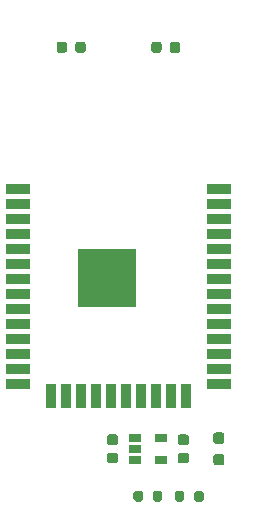
<source format=gbr>
G04 #@! TF.GenerationSoftware,KiCad,Pcbnew,(5.1.10)-1*
G04 #@! TF.CreationDate,2021-12-13T18:57:16+09:00*
G04 #@! TF.ProjectId,cat_toilet,6361745f-746f-4696-9c65-742e6b696361,rev?*
G04 #@! TF.SameCoordinates,Original*
G04 #@! TF.FileFunction,Paste,Top*
G04 #@! TF.FilePolarity,Positive*
%FSLAX46Y46*%
G04 Gerber Fmt 4.6, Leading zero omitted, Abs format (unit mm)*
G04 Created by KiCad (PCBNEW (5.1.10)-1) date 2021-12-13 18:57:16*
%MOMM*%
%LPD*%
G01*
G04 APERTURE LIST*
%ADD10R,1.060000X0.650000*%
%ADD11R,2.000000X0.900000*%
%ADD12R,0.900000X2.000000*%
%ADD13R,5.000000X5.000000*%
G04 APERTURE END LIST*
G36*
G01*
X17925000Y-39775000D02*
X17925000Y-39225000D01*
G75*
G02*
X18125000Y-39025000I200000J0D01*
G01*
X18525000Y-39025000D01*
G75*
G02*
X18725000Y-39225000I0J-200000D01*
G01*
X18725000Y-39775000D01*
G75*
G02*
X18525000Y-39975000I-200000J0D01*
G01*
X18125000Y-39975000D01*
G75*
G02*
X17925000Y-39775000I0J200000D01*
G01*
G37*
G36*
G01*
X16275000Y-39775000D02*
X16275000Y-39225000D01*
G75*
G02*
X16475000Y-39025000I200000J0D01*
G01*
X16875000Y-39025000D01*
G75*
G02*
X17075000Y-39225000I0J-200000D01*
G01*
X17075000Y-39775000D01*
G75*
G02*
X16875000Y-39975000I-200000J0D01*
G01*
X16475000Y-39975000D01*
G75*
G02*
X16275000Y-39775000I0J200000D01*
G01*
G37*
G36*
G01*
X14425000Y-39775000D02*
X14425000Y-39225000D01*
G75*
G02*
X14625000Y-39025000I200000J0D01*
G01*
X15025000Y-39025000D01*
G75*
G02*
X15225000Y-39225000I0J-200000D01*
G01*
X15225000Y-39775000D01*
G75*
G02*
X15025000Y-39975000I-200000J0D01*
G01*
X14625000Y-39975000D01*
G75*
G02*
X14425000Y-39775000I0J200000D01*
G01*
G37*
G36*
G01*
X12775000Y-39775000D02*
X12775000Y-39225000D01*
G75*
G02*
X12975000Y-39025000I200000J0D01*
G01*
X13375000Y-39025000D01*
G75*
G02*
X13575000Y-39225000I0J-200000D01*
G01*
X13575000Y-39775000D01*
G75*
G02*
X13375000Y-39975000I-200000J0D01*
G01*
X12975000Y-39975000D01*
G75*
G02*
X12775000Y-39775000I0J200000D01*
G01*
G37*
G36*
G01*
X7150000Y-1243750D02*
X7150000Y-1756250D01*
G75*
G02*
X6931250Y-1975000I-218750J0D01*
G01*
X6493750Y-1975000D01*
G75*
G02*
X6275000Y-1756250I0J218750D01*
G01*
X6275000Y-1243750D01*
G75*
G02*
X6493750Y-1025000I218750J0D01*
G01*
X6931250Y-1025000D01*
G75*
G02*
X7150000Y-1243750I0J-218750D01*
G01*
G37*
G36*
G01*
X8725000Y-1243750D02*
X8725000Y-1756250D01*
G75*
G02*
X8506250Y-1975000I-218750J0D01*
G01*
X8068750Y-1975000D01*
G75*
G02*
X7850000Y-1756250I0J218750D01*
G01*
X7850000Y-1243750D01*
G75*
G02*
X8068750Y-1025000I218750J0D01*
G01*
X8506250Y-1025000D01*
G75*
G02*
X8725000Y-1243750I0J-218750D01*
G01*
G37*
D10*
X15100000Y-34550000D03*
X15100000Y-36450000D03*
X12900000Y-36450000D03*
X12900000Y-35500000D03*
X12900000Y-34550000D03*
D11*
X20000000Y-13495000D03*
X20000000Y-14765000D03*
X20000000Y-16035000D03*
X20000000Y-17305000D03*
X20000000Y-18575000D03*
X20000000Y-19845000D03*
X20000000Y-21115000D03*
X20000000Y-22385000D03*
X20000000Y-23655000D03*
X20000000Y-24925000D03*
X20000000Y-26195000D03*
X20000000Y-27465000D03*
X20000000Y-28735000D03*
X20000000Y-30005000D03*
D12*
X17215000Y-31005000D03*
X15945000Y-31005000D03*
X14675000Y-31005000D03*
X13405000Y-31005000D03*
X12135000Y-31005000D03*
X10865000Y-31005000D03*
X9595000Y-31005000D03*
X8325000Y-31005000D03*
X7055000Y-31005000D03*
X5785000Y-31005000D03*
D11*
X3000000Y-30005000D03*
X3000000Y-28735000D03*
X3000000Y-27465000D03*
X3000000Y-26195000D03*
X3000000Y-24925000D03*
X3000000Y-23655000D03*
X3000000Y-22385000D03*
X3000000Y-21115000D03*
X3000000Y-19845000D03*
X3000000Y-18575000D03*
X3000000Y-17305000D03*
X3000000Y-16035000D03*
X3000000Y-14765000D03*
X3000000Y-13495000D03*
D13*
X10500000Y-20995000D03*
G36*
G01*
X19762500Y-35925000D02*
X20237500Y-35925000D01*
G75*
G02*
X20475000Y-36162500I0J-237500D01*
G01*
X20475000Y-36662500D01*
G75*
G02*
X20237500Y-36900000I-237500J0D01*
G01*
X19762500Y-36900000D01*
G75*
G02*
X19525000Y-36662500I0J237500D01*
G01*
X19525000Y-36162500D01*
G75*
G02*
X19762500Y-35925000I237500J0D01*
G01*
G37*
G36*
G01*
X19762500Y-34100000D02*
X20237500Y-34100000D01*
G75*
G02*
X20475000Y-34337500I0J-237500D01*
G01*
X20475000Y-34837500D01*
G75*
G02*
X20237500Y-35075000I-237500J0D01*
G01*
X19762500Y-35075000D01*
G75*
G02*
X19525000Y-34837500I0J237500D01*
G01*
X19525000Y-34337500D01*
G75*
G02*
X19762500Y-34100000I237500J0D01*
G01*
G37*
G36*
G01*
X15850000Y-1756250D02*
X15850000Y-1243750D01*
G75*
G02*
X16068750Y-1025000I218750J0D01*
G01*
X16506250Y-1025000D01*
G75*
G02*
X16725000Y-1243750I0J-218750D01*
G01*
X16725000Y-1756250D01*
G75*
G02*
X16506250Y-1975000I-218750J0D01*
G01*
X16068750Y-1975000D01*
G75*
G02*
X15850000Y-1756250I0J218750D01*
G01*
G37*
G36*
G01*
X14275000Y-1756250D02*
X14275000Y-1243750D01*
G75*
G02*
X14493750Y-1025000I218750J0D01*
G01*
X14931250Y-1025000D01*
G75*
G02*
X15150000Y-1243750I0J-218750D01*
G01*
X15150000Y-1756250D01*
G75*
G02*
X14931250Y-1975000I-218750J0D01*
G01*
X14493750Y-1975000D01*
G75*
G02*
X14275000Y-1756250I0J218750D01*
G01*
G37*
G36*
G01*
X16750000Y-35825000D02*
X17250000Y-35825000D01*
G75*
G02*
X17475000Y-36050000I0J-225000D01*
G01*
X17475000Y-36500000D01*
G75*
G02*
X17250000Y-36725000I-225000J0D01*
G01*
X16750000Y-36725000D01*
G75*
G02*
X16525000Y-36500000I0J225000D01*
G01*
X16525000Y-36050000D01*
G75*
G02*
X16750000Y-35825000I225000J0D01*
G01*
G37*
G36*
G01*
X16750000Y-34275000D02*
X17250000Y-34275000D01*
G75*
G02*
X17475000Y-34500000I0J-225000D01*
G01*
X17475000Y-34950000D01*
G75*
G02*
X17250000Y-35175000I-225000J0D01*
G01*
X16750000Y-35175000D01*
G75*
G02*
X16525000Y-34950000I0J225000D01*
G01*
X16525000Y-34500000D01*
G75*
G02*
X16750000Y-34275000I225000J0D01*
G01*
G37*
G36*
G01*
X10750000Y-35825000D02*
X11250000Y-35825000D01*
G75*
G02*
X11475000Y-36050000I0J-225000D01*
G01*
X11475000Y-36500000D01*
G75*
G02*
X11250000Y-36725000I-225000J0D01*
G01*
X10750000Y-36725000D01*
G75*
G02*
X10525000Y-36500000I0J225000D01*
G01*
X10525000Y-36050000D01*
G75*
G02*
X10750000Y-35825000I225000J0D01*
G01*
G37*
G36*
G01*
X10750000Y-34275000D02*
X11250000Y-34275000D01*
G75*
G02*
X11475000Y-34500000I0J-225000D01*
G01*
X11475000Y-34950000D01*
G75*
G02*
X11250000Y-35175000I-225000J0D01*
G01*
X10750000Y-35175000D01*
G75*
G02*
X10525000Y-34950000I0J225000D01*
G01*
X10525000Y-34500000D01*
G75*
G02*
X10750000Y-34275000I225000J0D01*
G01*
G37*
M02*

</source>
